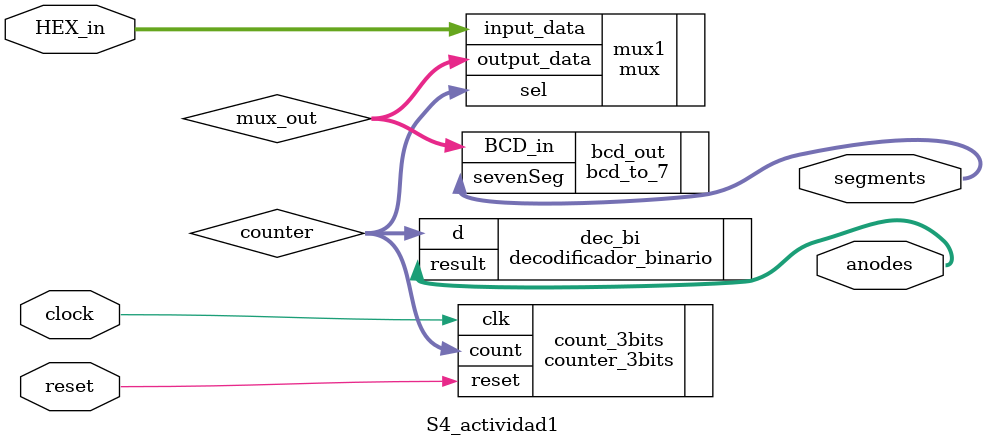
<source format=sv>
`timescale 1ns / 1ps


module S4_actividad1(
    input  logic        clock,
    input  logic        reset,
    input  logic [15:0] HEX_in,
    output logic [6:0]  segments,
    output logic [7:0]  anodes
);

    logic [3:0] mux_out, counter;
    
    counter_3bits count_3bits(
        .clk(clock),
        .reset(reset),
        .count(counter)
    );
    
    mux mux1(
        .input_data(HEX_in),
        .sel(counter),
        .output_data(mux_out)
    );
    
    bcd_to_7 bcd_out(
        .BCD_in(mux_out),
        .sevenSeg(segments)
    ); 
    
    decodificador_binario dec_bi(
        .d(counter),
        .result(anodes)
    );

endmodule
</source>
